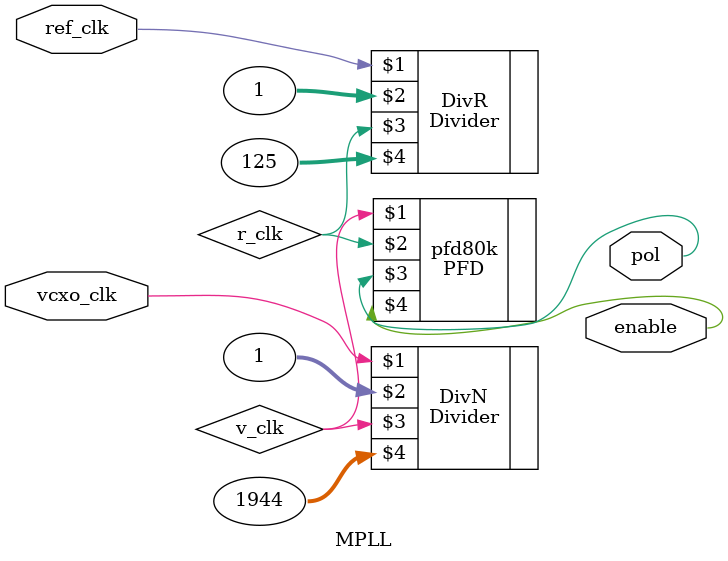
<source format=v>



module MPLL( 
      input vcxo_clk,
      input ref_clk,
      output pol,
      output enable
   );

   wire r_clk;
   wire v_clk;

   //Divide 10MHz reference down to 80kHz
   Divider #(.WIDTH(7))  DivR(ref_clk /*clock*/, 1 /*strobe_in*/, r_clk /*strobe_out*/, 125 /*ratio*/);
 
  //Divide 155.52MHz VCXO down to 80kHz
   Divider #(.WIDTH(11)) DivN(vcxo_clk /*clock*/, 1 /*strobe_in*/, v_clk /*strobe_out*/, 1944 /*ratio*/);

   //Compare phases
   PFD pfd80k(v_clk /*osc*/, r_clk /*reference*/, pol /*PFD output polarity*/, enable /*PFD output enable*/);

endmodule
</source>
